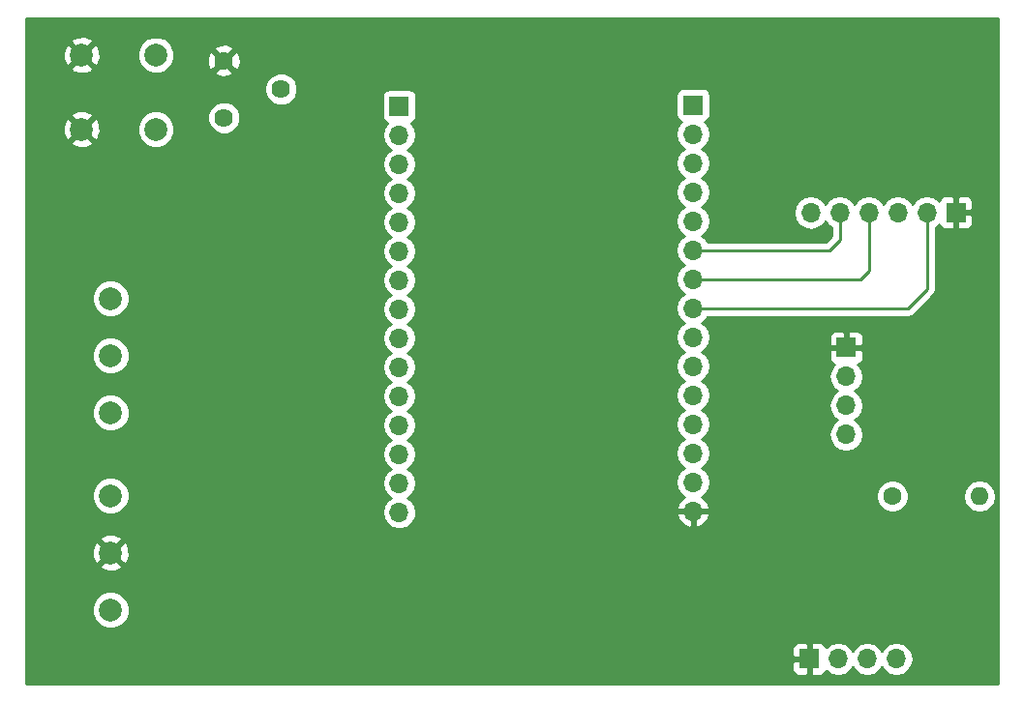
<source format=gbr>
G04 #@! TF.FileFunction,Copper,L2,Bot,Signal*
%FSLAX46Y46*%
G04 Gerber Fmt 4.6, Leading zero omitted, Abs format (unit mm)*
G04 Created by KiCad (PCBNEW 4.0.7) date 01/13/18 10:07:04*
%MOMM*%
%LPD*%
G01*
G04 APERTURE LIST*
%ADD10C,0.100000*%
%ADD11C,2.000000*%
%ADD12R,1.700000X1.700000*%
%ADD13O,1.700000X1.700000*%
%ADD14C,1.600000*%
%ADD15O,1.600000X1.600000*%
%ADD16C,1.620000*%
%ADD17C,0.685800*%
%ADD18C,0.254000*%
%ADD19C,0.250000*%
G04 APERTURE END LIST*
D10*
D11*
X92225000Y-74676000D03*
X85725000Y-74676000D03*
X92225000Y-68176000D03*
X85725000Y-68176000D03*
X88265000Y-116760000D03*
X88265000Y-111760000D03*
X88265000Y-106760000D03*
D12*
X162206000Y-81978500D03*
D13*
X159666000Y-81978500D03*
X157126000Y-81978500D03*
X154586000Y-81978500D03*
X152046000Y-81978500D03*
X149506000Y-81978500D03*
D11*
X88265000Y-99488000D03*
X88265000Y-94488000D03*
X88265000Y-89488000D03*
D12*
X152594500Y-93790000D03*
D13*
X152594500Y-96330000D03*
X152594500Y-98870000D03*
X152594500Y-101410000D03*
D12*
X149369200Y-121056400D03*
D13*
X151909200Y-121056400D03*
X154449200Y-121056400D03*
X156989200Y-121056400D03*
X139210000Y-108113000D03*
X139210000Y-105573000D03*
X139210000Y-103033000D03*
X139210000Y-100493000D03*
X139210000Y-97953000D03*
X139210000Y-95413000D03*
X139210000Y-92873000D03*
X139210000Y-90333000D03*
X139210000Y-87793000D03*
X139210000Y-85253000D03*
X139210000Y-82713000D03*
X139210000Y-80173000D03*
X139210000Y-77633000D03*
X139210000Y-75093000D03*
D12*
X139210000Y-72553000D03*
X139210000Y-72553000D03*
D13*
X139210000Y-75093000D03*
X139210000Y-77633000D03*
X139210000Y-80173000D03*
X139210000Y-82713000D03*
X139210000Y-85253000D03*
X139210000Y-87793000D03*
X139210000Y-90333000D03*
X139210000Y-92873000D03*
X139210000Y-95413000D03*
X139210000Y-97953000D03*
X139210000Y-100493000D03*
X139210000Y-103033000D03*
X139210000Y-105573000D03*
X139210000Y-108113000D03*
X113510000Y-108213000D03*
X113510000Y-105673000D03*
X113510000Y-103133000D03*
X113510000Y-100593000D03*
X113510000Y-98053000D03*
X113510000Y-95513000D03*
X113510000Y-92973000D03*
X113510000Y-90433000D03*
X113510000Y-87893000D03*
X113510000Y-85353000D03*
X113510000Y-82813000D03*
X113510000Y-80273000D03*
X113510000Y-77733000D03*
X113510000Y-75193000D03*
D12*
X113510000Y-72653000D03*
X113510000Y-72653000D03*
D13*
X113510000Y-75193000D03*
X113510000Y-77733000D03*
X113510000Y-80273000D03*
X113510000Y-82813000D03*
X113510000Y-85353000D03*
X113510000Y-87893000D03*
X113510000Y-90433000D03*
X113510000Y-92973000D03*
X113510000Y-95513000D03*
X113510000Y-98053000D03*
X113510000Y-100593000D03*
X113510000Y-103133000D03*
X113510000Y-105673000D03*
X113510000Y-108213000D03*
D14*
X156654500Y-106807000D03*
D15*
X164274500Y-106807000D03*
D16*
X98171000Y-68660000D03*
X103171000Y-71160000D03*
X98171000Y-73660000D03*
D17*
X150266400Y-111048800D03*
X146913600Y-106680000D03*
D18*
X139210000Y-90333000D02*
X158015500Y-90333000D01*
X159666000Y-88682500D02*
X159666000Y-81978500D01*
X158015500Y-90333000D02*
X159666000Y-88682500D01*
D19*
X139210000Y-90333000D02*
X139228000Y-90333000D01*
D18*
X139210000Y-87793000D02*
X153888000Y-87793000D01*
X154586000Y-87095000D02*
X154586000Y-81978500D01*
X153888000Y-87793000D02*
X154586000Y-87095000D01*
D19*
X139210000Y-87793000D02*
X139863000Y-87793000D01*
X139210000Y-87793000D02*
X139990000Y-87793000D01*
D18*
X139210000Y-85253000D02*
X151157500Y-85253000D01*
X152046000Y-84364500D02*
X152046000Y-81978500D01*
X151157500Y-85253000D02*
X152046000Y-84364500D01*
D19*
X139210000Y-85253000D02*
X139219500Y-85253000D01*
D18*
G36*
X165914000Y-123242000D02*
X80847000Y-123242000D01*
X80847000Y-121342150D01*
X147884200Y-121342150D01*
X147884200Y-122032709D01*
X147980873Y-122266098D01*
X148159501Y-122444727D01*
X148392890Y-122541400D01*
X149083450Y-122541400D01*
X149242200Y-122382650D01*
X149242200Y-121183400D01*
X148042950Y-121183400D01*
X147884200Y-121342150D01*
X80847000Y-121342150D01*
X80847000Y-120080091D01*
X147884200Y-120080091D01*
X147884200Y-120770650D01*
X148042950Y-120929400D01*
X149242200Y-120929400D01*
X149242200Y-119730150D01*
X149496200Y-119730150D01*
X149496200Y-120929400D01*
X149516200Y-120929400D01*
X149516200Y-121183400D01*
X149496200Y-121183400D01*
X149496200Y-122382650D01*
X149654950Y-122541400D01*
X150345510Y-122541400D01*
X150578899Y-122444727D01*
X150757527Y-122266098D01*
X150829797Y-122091623D01*
X150859146Y-122135547D01*
X151340915Y-122457454D01*
X151909200Y-122570493D01*
X152477485Y-122457454D01*
X152959254Y-122135547D01*
X153179200Y-121806374D01*
X153399146Y-122135547D01*
X153880915Y-122457454D01*
X154449200Y-122570493D01*
X155017485Y-122457454D01*
X155499254Y-122135547D01*
X155719200Y-121806374D01*
X155939146Y-122135547D01*
X156420915Y-122457454D01*
X156989200Y-122570493D01*
X157557485Y-122457454D01*
X158039254Y-122135547D01*
X158361161Y-121653778D01*
X158474200Y-121085493D01*
X158474200Y-121027307D01*
X158361161Y-120459022D01*
X158039254Y-119977253D01*
X157557485Y-119655346D01*
X156989200Y-119542307D01*
X156420915Y-119655346D01*
X155939146Y-119977253D01*
X155719200Y-120306426D01*
X155499254Y-119977253D01*
X155017485Y-119655346D01*
X154449200Y-119542307D01*
X153880915Y-119655346D01*
X153399146Y-119977253D01*
X153179200Y-120306426D01*
X152959254Y-119977253D01*
X152477485Y-119655346D01*
X151909200Y-119542307D01*
X151340915Y-119655346D01*
X150859146Y-119977253D01*
X150829797Y-120021177D01*
X150757527Y-119846702D01*
X150578899Y-119668073D01*
X150345510Y-119571400D01*
X149654950Y-119571400D01*
X149496200Y-119730150D01*
X149242200Y-119730150D01*
X149083450Y-119571400D01*
X148392890Y-119571400D01*
X148159501Y-119668073D01*
X147980873Y-119846702D01*
X147884200Y-120080091D01*
X80847000Y-120080091D01*
X80847000Y-117083795D01*
X86629716Y-117083795D01*
X86878106Y-117684943D01*
X87337637Y-118145278D01*
X87938352Y-118394716D01*
X88588795Y-118395284D01*
X89189943Y-118146894D01*
X89650278Y-117687363D01*
X89899716Y-117086648D01*
X89900284Y-116436205D01*
X89651894Y-115835057D01*
X89192363Y-115374722D01*
X88591648Y-115125284D01*
X87941205Y-115124716D01*
X87340057Y-115373106D01*
X86879722Y-115832637D01*
X86630284Y-116433352D01*
X86629716Y-117083795D01*
X80847000Y-117083795D01*
X80847000Y-112912532D01*
X87292073Y-112912532D01*
X87390736Y-113179387D01*
X88000461Y-113405908D01*
X88650460Y-113381856D01*
X89139264Y-113179387D01*
X89237927Y-112912532D01*
X88265000Y-111939605D01*
X87292073Y-112912532D01*
X80847000Y-112912532D01*
X80847000Y-111495461D01*
X86619092Y-111495461D01*
X86643144Y-112145460D01*
X86845613Y-112634264D01*
X87112468Y-112732927D01*
X88085395Y-111760000D01*
X88444605Y-111760000D01*
X89417532Y-112732927D01*
X89684387Y-112634264D01*
X89910908Y-112024539D01*
X89886856Y-111374540D01*
X89684387Y-110885736D01*
X89417532Y-110787073D01*
X88444605Y-111760000D01*
X88085395Y-111760000D01*
X87112468Y-110787073D01*
X86845613Y-110885736D01*
X86619092Y-111495461D01*
X80847000Y-111495461D01*
X80847000Y-110607468D01*
X87292073Y-110607468D01*
X88265000Y-111580395D01*
X89237927Y-110607468D01*
X89139264Y-110340613D01*
X88529539Y-110114092D01*
X87879540Y-110138144D01*
X87390736Y-110340613D01*
X87292073Y-110607468D01*
X80847000Y-110607468D01*
X80847000Y-107083795D01*
X86629716Y-107083795D01*
X86878106Y-107684943D01*
X87337637Y-108145278D01*
X87938352Y-108394716D01*
X88588795Y-108395284D01*
X89189943Y-108146894D01*
X89650278Y-107687363D01*
X89899716Y-107086648D01*
X89900284Y-106436205D01*
X89651894Y-105835057D01*
X89192363Y-105374722D01*
X88591648Y-105125284D01*
X87941205Y-105124716D01*
X87340057Y-105373106D01*
X86879722Y-105832637D01*
X86630284Y-106433352D01*
X86629716Y-107083795D01*
X80847000Y-107083795D01*
X80847000Y-99811795D01*
X86629716Y-99811795D01*
X86878106Y-100412943D01*
X87337637Y-100873278D01*
X87938352Y-101122716D01*
X88588795Y-101123284D01*
X89189943Y-100874894D01*
X89650278Y-100415363D01*
X89899716Y-99814648D01*
X89900284Y-99164205D01*
X89651894Y-98563057D01*
X89192363Y-98102722D01*
X88591648Y-97853284D01*
X87941205Y-97852716D01*
X87340057Y-98101106D01*
X86879722Y-98560637D01*
X86630284Y-99161352D01*
X86629716Y-99811795D01*
X80847000Y-99811795D01*
X80847000Y-94811795D01*
X86629716Y-94811795D01*
X86878106Y-95412943D01*
X87337637Y-95873278D01*
X87938352Y-96122716D01*
X88588795Y-96123284D01*
X89189943Y-95874894D01*
X89650278Y-95415363D01*
X89899716Y-94814648D01*
X89900284Y-94164205D01*
X89651894Y-93563057D01*
X89192363Y-93102722D01*
X88591648Y-92853284D01*
X87941205Y-92852716D01*
X87340057Y-93101106D01*
X86879722Y-93560637D01*
X86630284Y-94161352D01*
X86629716Y-94811795D01*
X80847000Y-94811795D01*
X80847000Y-89811795D01*
X86629716Y-89811795D01*
X86878106Y-90412943D01*
X87337637Y-90873278D01*
X87938352Y-91122716D01*
X88588795Y-91123284D01*
X89189943Y-90874894D01*
X89650278Y-90415363D01*
X89899716Y-89814648D01*
X89900284Y-89164205D01*
X89651894Y-88563057D01*
X89192363Y-88102722D01*
X88591648Y-87853284D01*
X87941205Y-87852716D01*
X87340057Y-88101106D01*
X86879722Y-88560637D01*
X86630284Y-89161352D01*
X86629716Y-89811795D01*
X80847000Y-89811795D01*
X80847000Y-75828532D01*
X84752073Y-75828532D01*
X84850736Y-76095387D01*
X85460461Y-76321908D01*
X86110460Y-76297856D01*
X86599264Y-76095387D01*
X86697927Y-75828532D01*
X85725000Y-74855605D01*
X84752073Y-75828532D01*
X80847000Y-75828532D01*
X80847000Y-74411461D01*
X84079092Y-74411461D01*
X84103144Y-75061460D01*
X84305613Y-75550264D01*
X84572468Y-75648927D01*
X85545395Y-74676000D01*
X85904605Y-74676000D01*
X86877532Y-75648927D01*
X87144387Y-75550264D01*
X87348893Y-74999795D01*
X90589716Y-74999795D01*
X90838106Y-75600943D01*
X91297637Y-76061278D01*
X91898352Y-76310716D01*
X92548795Y-76311284D01*
X93149943Y-76062894D01*
X93610278Y-75603363D01*
X93780675Y-75193000D01*
X111995907Y-75193000D01*
X112108946Y-75761285D01*
X112430853Y-76243054D01*
X112760026Y-76463000D01*
X112430853Y-76682946D01*
X112108946Y-77164715D01*
X111995907Y-77733000D01*
X112108946Y-78301285D01*
X112430853Y-78783054D01*
X112760026Y-79003000D01*
X112430853Y-79222946D01*
X112108946Y-79704715D01*
X111995907Y-80273000D01*
X112108946Y-80841285D01*
X112430853Y-81323054D01*
X112760026Y-81543000D01*
X112430853Y-81762946D01*
X112108946Y-82244715D01*
X111995907Y-82813000D01*
X112108946Y-83381285D01*
X112430853Y-83863054D01*
X112760026Y-84083000D01*
X112430853Y-84302946D01*
X112108946Y-84784715D01*
X111995907Y-85353000D01*
X112108946Y-85921285D01*
X112430853Y-86403054D01*
X112760026Y-86623000D01*
X112430853Y-86842946D01*
X112108946Y-87324715D01*
X111995907Y-87893000D01*
X112108946Y-88461285D01*
X112430853Y-88943054D01*
X112760026Y-89163000D01*
X112430853Y-89382946D01*
X112108946Y-89864715D01*
X111995907Y-90433000D01*
X112108946Y-91001285D01*
X112430853Y-91483054D01*
X112760026Y-91703000D01*
X112430853Y-91922946D01*
X112108946Y-92404715D01*
X111995907Y-92973000D01*
X112108946Y-93541285D01*
X112430853Y-94023054D01*
X112760026Y-94243000D01*
X112430853Y-94462946D01*
X112108946Y-94944715D01*
X111995907Y-95513000D01*
X112108946Y-96081285D01*
X112430853Y-96563054D01*
X112760026Y-96783000D01*
X112430853Y-97002946D01*
X112108946Y-97484715D01*
X111995907Y-98053000D01*
X112108946Y-98621285D01*
X112430853Y-99103054D01*
X112760026Y-99323000D01*
X112430853Y-99542946D01*
X112108946Y-100024715D01*
X111995907Y-100593000D01*
X112108946Y-101161285D01*
X112430853Y-101643054D01*
X112760026Y-101863000D01*
X112430853Y-102082946D01*
X112108946Y-102564715D01*
X111995907Y-103133000D01*
X112108946Y-103701285D01*
X112430853Y-104183054D01*
X112760026Y-104403000D01*
X112430853Y-104622946D01*
X112108946Y-105104715D01*
X111995907Y-105673000D01*
X112108946Y-106241285D01*
X112430853Y-106723054D01*
X112760026Y-106943000D01*
X112430853Y-107162946D01*
X112108946Y-107644715D01*
X111995907Y-108213000D01*
X112108946Y-108781285D01*
X112430853Y-109263054D01*
X112912622Y-109584961D01*
X113480907Y-109698000D01*
X113539093Y-109698000D01*
X114107378Y-109584961D01*
X114589147Y-109263054D01*
X114911054Y-108781285D01*
X114972994Y-108469890D01*
X137768524Y-108469890D01*
X137938355Y-108879924D01*
X138328642Y-109308183D01*
X138853108Y-109554486D01*
X139083000Y-109433819D01*
X139083000Y-108240000D01*
X139337000Y-108240000D01*
X139337000Y-109433819D01*
X139566892Y-109554486D01*
X140091358Y-109308183D01*
X140481645Y-108879924D01*
X140651476Y-108469890D01*
X140530155Y-108240000D01*
X139337000Y-108240000D01*
X139083000Y-108240000D01*
X137889845Y-108240000D01*
X137768524Y-108469890D01*
X114972994Y-108469890D01*
X115024093Y-108213000D01*
X114911054Y-107644715D01*
X114589147Y-107162946D01*
X114259974Y-106943000D01*
X114589147Y-106723054D01*
X114911054Y-106241285D01*
X115024093Y-105673000D01*
X114911054Y-105104715D01*
X114589147Y-104622946D01*
X114259974Y-104403000D01*
X114589147Y-104183054D01*
X114911054Y-103701285D01*
X115024093Y-103133000D01*
X114911054Y-102564715D01*
X114589147Y-102082946D01*
X114259974Y-101863000D01*
X114589147Y-101643054D01*
X114911054Y-101161285D01*
X115024093Y-100593000D01*
X114911054Y-100024715D01*
X114589147Y-99542946D01*
X114259974Y-99323000D01*
X114589147Y-99103054D01*
X114911054Y-98621285D01*
X115024093Y-98053000D01*
X114911054Y-97484715D01*
X114589147Y-97002946D01*
X114259974Y-96783000D01*
X114589147Y-96563054D01*
X114911054Y-96081285D01*
X115024093Y-95513000D01*
X114911054Y-94944715D01*
X114589147Y-94462946D01*
X114259974Y-94243000D01*
X114589147Y-94023054D01*
X114911054Y-93541285D01*
X115024093Y-92973000D01*
X114911054Y-92404715D01*
X114589147Y-91922946D01*
X114259974Y-91703000D01*
X114589147Y-91483054D01*
X114911054Y-91001285D01*
X115024093Y-90433000D01*
X114911054Y-89864715D01*
X114589147Y-89382946D01*
X114259974Y-89163000D01*
X114589147Y-88943054D01*
X114911054Y-88461285D01*
X115024093Y-87893000D01*
X114911054Y-87324715D01*
X114589147Y-86842946D01*
X114259974Y-86623000D01*
X114589147Y-86403054D01*
X114911054Y-85921285D01*
X115024093Y-85353000D01*
X114911054Y-84784715D01*
X114589147Y-84302946D01*
X114259974Y-84083000D01*
X114589147Y-83863054D01*
X114911054Y-83381285D01*
X115024093Y-82813000D01*
X114911054Y-82244715D01*
X114589147Y-81762946D01*
X114259974Y-81543000D01*
X114589147Y-81323054D01*
X114911054Y-80841285D01*
X115024093Y-80273000D01*
X114911054Y-79704715D01*
X114589147Y-79222946D01*
X114259974Y-79003000D01*
X114589147Y-78783054D01*
X114911054Y-78301285D01*
X115024093Y-77733000D01*
X114911054Y-77164715D01*
X114589147Y-76682946D01*
X114259974Y-76463000D01*
X114589147Y-76243054D01*
X114911054Y-75761285D01*
X115024093Y-75193000D01*
X115004202Y-75093000D01*
X137695907Y-75093000D01*
X137808946Y-75661285D01*
X138130853Y-76143054D01*
X138460026Y-76363000D01*
X138130853Y-76582946D01*
X137808946Y-77064715D01*
X137695907Y-77633000D01*
X137808946Y-78201285D01*
X138130853Y-78683054D01*
X138460026Y-78903000D01*
X138130853Y-79122946D01*
X137808946Y-79604715D01*
X137695907Y-80173000D01*
X137808946Y-80741285D01*
X138130853Y-81223054D01*
X138460026Y-81443000D01*
X138130853Y-81662946D01*
X137808946Y-82144715D01*
X137695907Y-82713000D01*
X137808946Y-83281285D01*
X138130853Y-83763054D01*
X138460026Y-83983000D01*
X138130853Y-84202946D01*
X137808946Y-84684715D01*
X137695907Y-85253000D01*
X137808946Y-85821285D01*
X138130853Y-86303054D01*
X138460026Y-86523000D01*
X138130853Y-86742946D01*
X137808946Y-87224715D01*
X137695907Y-87793000D01*
X137808946Y-88361285D01*
X138130853Y-88843054D01*
X138460026Y-89063000D01*
X138130853Y-89282946D01*
X137808946Y-89764715D01*
X137695907Y-90333000D01*
X137808946Y-90901285D01*
X138130853Y-91383054D01*
X138460026Y-91603000D01*
X138130853Y-91822946D01*
X137808946Y-92304715D01*
X137695907Y-92873000D01*
X137808946Y-93441285D01*
X138130853Y-93923054D01*
X138460026Y-94143000D01*
X138130853Y-94362946D01*
X137808946Y-94844715D01*
X137695907Y-95413000D01*
X137808946Y-95981285D01*
X138130853Y-96463054D01*
X138460026Y-96683000D01*
X138130853Y-96902946D01*
X137808946Y-97384715D01*
X137695907Y-97953000D01*
X137808946Y-98521285D01*
X138130853Y-99003054D01*
X138460026Y-99223000D01*
X138130853Y-99442946D01*
X137808946Y-99924715D01*
X137695907Y-100493000D01*
X137808946Y-101061285D01*
X138130853Y-101543054D01*
X138460026Y-101763000D01*
X138130853Y-101982946D01*
X137808946Y-102464715D01*
X137695907Y-103033000D01*
X137808946Y-103601285D01*
X138130853Y-104083054D01*
X138460026Y-104303000D01*
X138130853Y-104522946D01*
X137808946Y-105004715D01*
X137695907Y-105573000D01*
X137808946Y-106141285D01*
X138130853Y-106623054D01*
X138471553Y-106850702D01*
X138328642Y-106917817D01*
X137938355Y-107346076D01*
X137768524Y-107756110D01*
X137889845Y-107986000D01*
X139083000Y-107986000D01*
X139083000Y-107966000D01*
X139337000Y-107966000D01*
X139337000Y-107986000D01*
X140530155Y-107986000D01*
X140651476Y-107756110D01*
X140481645Y-107346076D01*
X140249356Y-107091187D01*
X155219252Y-107091187D01*
X155437257Y-107618800D01*
X155840577Y-108022824D01*
X156367809Y-108241750D01*
X156938687Y-108242248D01*
X157466300Y-108024243D01*
X157870324Y-107620923D01*
X158089250Y-107093691D01*
X158089500Y-106807000D01*
X162811387Y-106807000D01*
X162920620Y-107356151D01*
X163231689Y-107821698D01*
X163697236Y-108132767D01*
X164246387Y-108242000D01*
X164302613Y-108242000D01*
X164851764Y-108132767D01*
X165317311Y-107821698D01*
X165628380Y-107356151D01*
X165737613Y-106807000D01*
X165628380Y-106257849D01*
X165317311Y-105792302D01*
X164851764Y-105481233D01*
X164302613Y-105372000D01*
X164246387Y-105372000D01*
X163697236Y-105481233D01*
X163231689Y-105792302D01*
X162920620Y-106257849D01*
X162811387Y-106807000D01*
X158089500Y-106807000D01*
X158089748Y-106522813D01*
X157871743Y-105995200D01*
X157468423Y-105591176D01*
X156941191Y-105372250D01*
X156370313Y-105371752D01*
X155842700Y-105589757D01*
X155438676Y-105993077D01*
X155219750Y-106520309D01*
X155219252Y-107091187D01*
X140249356Y-107091187D01*
X140091358Y-106917817D01*
X139948447Y-106850702D01*
X140289147Y-106623054D01*
X140611054Y-106141285D01*
X140724093Y-105573000D01*
X140611054Y-105004715D01*
X140289147Y-104522946D01*
X139959974Y-104303000D01*
X140289147Y-104083054D01*
X140611054Y-103601285D01*
X140724093Y-103033000D01*
X140611054Y-102464715D01*
X140289147Y-101982946D01*
X139959974Y-101763000D01*
X140289147Y-101543054D01*
X140611054Y-101061285D01*
X140724093Y-100493000D01*
X140611054Y-99924715D01*
X140289147Y-99442946D01*
X139959974Y-99223000D01*
X140289147Y-99003054D01*
X140611054Y-98521285D01*
X140724093Y-97953000D01*
X140611054Y-97384715D01*
X140289147Y-96902946D01*
X139959974Y-96683000D01*
X140289147Y-96463054D01*
X140378050Y-96330000D01*
X151080407Y-96330000D01*
X151193446Y-96898285D01*
X151515353Y-97380054D01*
X151844526Y-97600000D01*
X151515353Y-97819946D01*
X151193446Y-98301715D01*
X151080407Y-98870000D01*
X151193446Y-99438285D01*
X151515353Y-99920054D01*
X151844526Y-100140000D01*
X151515353Y-100359946D01*
X151193446Y-100841715D01*
X151080407Y-101410000D01*
X151193446Y-101978285D01*
X151515353Y-102460054D01*
X151997122Y-102781961D01*
X152565407Y-102895000D01*
X152623593Y-102895000D01*
X153191878Y-102781961D01*
X153673647Y-102460054D01*
X153995554Y-101978285D01*
X154108593Y-101410000D01*
X153995554Y-100841715D01*
X153673647Y-100359946D01*
X153344474Y-100140000D01*
X153673647Y-99920054D01*
X153995554Y-99438285D01*
X154108593Y-98870000D01*
X153995554Y-98301715D01*
X153673647Y-97819946D01*
X153344474Y-97600000D01*
X153673647Y-97380054D01*
X153995554Y-96898285D01*
X154108593Y-96330000D01*
X153995554Y-95761715D01*
X153673647Y-95279946D01*
X153629723Y-95250597D01*
X153804198Y-95178327D01*
X153982827Y-94999699D01*
X154079500Y-94766310D01*
X154079500Y-94075750D01*
X153920750Y-93917000D01*
X152721500Y-93917000D01*
X152721500Y-93937000D01*
X152467500Y-93937000D01*
X152467500Y-93917000D01*
X151268250Y-93917000D01*
X151109500Y-94075750D01*
X151109500Y-94766310D01*
X151206173Y-94999699D01*
X151384802Y-95178327D01*
X151559277Y-95250597D01*
X151515353Y-95279946D01*
X151193446Y-95761715D01*
X151080407Y-96330000D01*
X140378050Y-96330000D01*
X140611054Y-95981285D01*
X140724093Y-95413000D01*
X140611054Y-94844715D01*
X140289147Y-94362946D01*
X139959974Y-94143000D01*
X140289147Y-93923054D01*
X140611054Y-93441285D01*
X140724093Y-92873000D01*
X140712296Y-92813690D01*
X151109500Y-92813690D01*
X151109500Y-93504250D01*
X151268250Y-93663000D01*
X152467500Y-93663000D01*
X152467500Y-92463750D01*
X152721500Y-92463750D01*
X152721500Y-93663000D01*
X153920750Y-93663000D01*
X154079500Y-93504250D01*
X154079500Y-92813690D01*
X153982827Y-92580301D01*
X153804198Y-92401673D01*
X153570809Y-92305000D01*
X152880250Y-92305000D01*
X152721500Y-92463750D01*
X152467500Y-92463750D01*
X152308750Y-92305000D01*
X151618191Y-92305000D01*
X151384802Y-92401673D01*
X151206173Y-92580301D01*
X151109500Y-92813690D01*
X140712296Y-92813690D01*
X140611054Y-92304715D01*
X140289147Y-91822946D01*
X139959974Y-91603000D01*
X140289147Y-91383054D01*
X140481618Y-91095000D01*
X158015500Y-91095000D01*
X158307105Y-91036996D01*
X158554315Y-90871815D01*
X160204815Y-89221316D01*
X160369996Y-88974105D01*
X160376172Y-88943054D01*
X160428000Y-88682500D01*
X160428000Y-83250118D01*
X160716054Y-83057647D01*
X160745403Y-83013723D01*
X160817673Y-83188198D01*
X160996301Y-83366827D01*
X161229690Y-83463500D01*
X161920250Y-83463500D01*
X162079000Y-83304750D01*
X162079000Y-82105500D01*
X162333000Y-82105500D01*
X162333000Y-83304750D01*
X162491750Y-83463500D01*
X163182310Y-83463500D01*
X163415699Y-83366827D01*
X163594327Y-83188198D01*
X163691000Y-82954809D01*
X163691000Y-82264250D01*
X163532250Y-82105500D01*
X162333000Y-82105500D01*
X162079000Y-82105500D01*
X162059000Y-82105500D01*
X162059000Y-81851500D01*
X162079000Y-81851500D01*
X162079000Y-80652250D01*
X162333000Y-80652250D01*
X162333000Y-81851500D01*
X163532250Y-81851500D01*
X163691000Y-81692750D01*
X163691000Y-81002191D01*
X163594327Y-80768802D01*
X163415699Y-80590173D01*
X163182310Y-80493500D01*
X162491750Y-80493500D01*
X162333000Y-80652250D01*
X162079000Y-80652250D01*
X161920250Y-80493500D01*
X161229690Y-80493500D01*
X160996301Y-80590173D01*
X160817673Y-80768802D01*
X160745403Y-80943277D01*
X160716054Y-80899353D01*
X160234285Y-80577446D01*
X159666000Y-80464407D01*
X159097715Y-80577446D01*
X158615946Y-80899353D01*
X158396000Y-81228526D01*
X158176054Y-80899353D01*
X157694285Y-80577446D01*
X157126000Y-80464407D01*
X156557715Y-80577446D01*
X156075946Y-80899353D01*
X155856000Y-81228526D01*
X155636054Y-80899353D01*
X155154285Y-80577446D01*
X154586000Y-80464407D01*
X154017715Y-80577446D01*
X153535946Y-80899353D01*
X153316000Y-81228526D01*
X153096054Y-80899353D01*
X152614285Y-80577446D01*
X152046000Y-80464407D01*
X151477715Y-80577446D01*
X150995946Y-80899353D01*
X150776000Y-81228526D01*
X150556054Y-80899353D01*
X150074285Y-80577446D01*
X149506000Y-80464407D01*
X148937715Y-80577446D01*
X148455946Y-80899353D01*
X148134039Y-81381122D01*
X148021000Y-81949407D01*
X148021000Y-82007593D01*
X148134039Y-82575878D01*
X148455946Y-83057647D01*
X148937715Y-83379554D01*
X149506000Y-83492593D01*
X150074285Y-83379554D01*
X150556054Y-83057647D01*
X150776000Y-82728474D01*
X150995946Y-83057647D01*
X151284000Y-83250118D01*
X151284000Y-84048869D01*
X150841870Y-84491000D01*
X140481618Y-84491000D01*
X140289147Y-84202946D01*
X139959974Y-83983000D01*
X140289147Y-83763054D01*
X140611054Y-83281285D01*
X140724093Y-82713000D01*
X140611054Y-82144715D01*
X140289147Y-81662946D01*
X139959974Y-81443000D01*
X140289147Y-81223054D01*
X140611054Y-80741285D01*
X140724093Y-80173000D01*
X140611054Y-79604715D01*
X140289147Y-79122946D01*
X139959974Y-78903000D01*
X140289147Y-78683054D01*
X140611054Y-78201285D01*
X140724093Y-77633000D01*
X140611054Y-77064715D01*
X140289147Y-76582946D01*
X139959974Y-76363000D01*
X140289147Y-76143054D01*
X140611054Y-75661285D01*
X140724093Y-75093000D01*
X140611054Y-74524715D01*
X140289147Y-74042946D01*
X140247548Y-74015150D01*
X140295317Y-74006162D01*
X140511441Y-73867090D01*
X140656431Y-73654890D01*
X140707440Y-73403000D01*
X140707440Y-71703000D01*
X140663162Y-71467683D01*
X140524090Y-71251559D01*
X140311890Y-71106569D01*
X140060000Y-71055560D01*
X138360000Y-71055560D01*
X138124683Y-71099838D01*
X137908559Y-71238910D01*
X137763569Y-71451110D01*
X137712560Y-71703000D01*
X137712560Y-73403000D01*
X137756838Y-73638317D01*
X137895910Y-73854441D01*
X138108110Y-73999431D01*
X138175541Y-74013086D01*
X138130853Y-74042946D01*
X137808946Y-74524715D01*
X137695907Y-75093000D01*
X115004202Y-75093000D01*
X114911054Y-74624715D01*
X114589147Y-74142946D01*
X114547548Y-74115150D01*
X114595317Y-74106162D01*
X114811441Y-73967090D01*
X114956431Y-73754890D01*
X115007440Y-73503000D01*
X115007440Y-71803000D01*
X114963162Y-71567683D01*
X114824090Y-71351559D01*
X114611890Y-71206569D01*
X114360000Y-71155560D01*
X112660000Y-71155560D01*
X112424683Y-71199838D01*
X112208559Y-71338910D01*
X112063569Y-71551110D01*
X112012560Y-71803000D01*
X112012560Y-73503000D01*
X112056838Y-73738317D01*
X112195910Y-73954441D01*
X112408110Y-74099431D01*
X112475541Y-74113086D01*
X112430853Y-74142946D01*
X112108946Y-74624715D01*
X111995907Y-75193000D01*
X93780675Y-75193000D01*
X93859716Y-75002648D01*
X93860284Y-74352205D01*
X93692513Y-73946167D01*
X96725750Y-73946167D01*
X96945275Y-74477457D01*
X97351405Y-74884297D01*
X97882311Y-75104748D01*
X98457167Y-75105250D01*
X98988457Y-74885725D01*
X99395297Y-74479595D01*
X99615748Y-73948689D01*
X99616250Y-73373833D01*
X99396725Y-72842543D01*
X98990595Y-72435703D01*
X98459689Y-72215252D01*
X97884833Y-72214750D01*
X97353543Y-72434275D01*
X96946703Y-72840405D01*
X96726252Y-73371311D01*
X96725750Y-73946167D01*
X93692513Y-73946167D01*
X93611894Y-73751057D01*
X93152363Y-73290722D01*
X92551648Y-73041284D01*
X91901205Y-73040716D01*
X91300057Y-73289106D01*
X90839722Y-73748637D01*
X90590284Y-74349352D01*
X90589716Y-74999795D01*
X87348893Y-74999795D01*
X87370908Y-74940539D01*
X87346856Y-74290540D01*
X87144387Y-73801736D01*
X86877532Y-73703073D01*
X85904605Y-74676000D01*
X85545395Y-74676000D01*
X84572468Y-73703073D01*
X84305613Y-73801736D01*
X84079092Y-74411461D01*
X80847000Y-74411461D01*
X80847000Y-73523468D01*
X84752073Y-73523468D01*
X85725000Y-74496395D01*
X86697927Y-73523468D01*
X86599264Y-73256613D01*
X85989539Y-73030092D01*
X85339540Y-73054144D01*
X84850736Y-73256613D01*
X84752073Y-73523468D01*
X80847000Y-73523468D01*
X80847000Y-71446167D01*
X101725750Y-71446167D01*
X101945275Y-71977457D01*
X102351405Y-72384297D01*
X102882311Y-72604748D01*
X103457167Y-72605250D01*
X103988457Y-72385725D01*
X104395297Y-71979595D01*
X104615748Y-71448689D01*
X104616250Y-70873833D01*
X104396725Y-70342543D01*
X103990595Y-69935703D01*
X103459689Y-69715252D01*
X102884833Y-69714750D01*
X102353543Y-69934275D01*
X101946703Y-70340405D01*
X101726252Y-70871311D01*
X101725750Y-71446167D01*
X80847000Y-71446167D01*
X80847000Y-69328532D01*
X84752073Y-69328532D01*
X84850736Y-69595387D01*
X85460461Y-69821908D01*
X86110460Y-69797856D01*
X86599264Y-69595387D01*
X86697927Y-69328532D01*
X85725000Y-68355605D01*
X84752073Y-69328532D01*
X80847000Y-69328532D01*
X80847000Y-67911461D01*
X84079092Y-67911461D01*
X84103144Y-68561460D01*
X84305613Y-69050264D01*
X84572468Y-69148927D01*
X85545395Y-68176000D01*
X85904605Y-68176000D01*
X86877532Y-69148927D01*
X87144387Y-69050264D01*
X87348893Y-68499795D01*
X90589716Y-68499795D01*
X90838106Y-69100943D01*
X91297637Y-69561278D01*
X91898352Y-69810716D01*
X92548795Y-69811284D01*
X92878655Y-69674988D01*
X97335617Y-69674988D01*
X97410980Y-69922144D01*
X97951834Y-70116916D01*
X98526055Y-70089886D01*
X98931020Y-69922144D01*
X99006383Y-69674988D01*
X98171000Y-68839605D01*
X97335617Y-69674988D01*
X92878655Y-69674988D01*
X93149943Y-69562894D01*
X93610278Y-69103363D01*
X93859716Y-68502648D01*
X93859769Y-68440834D01*
X96714084Y-68440834D01*
X96741114Y-69015055D01*
X96908856Y-69420020D01*
X97156012Y-69495383D01*
X97991395Y-68660000D01*
X98350605Y-68660000D01*
X99185988Y-69495383D01*
X99433144Y-69420020D01*
X99627916Y-68879166D01*
X99600886Y-68304945D01*
X99433144Y-67899980D01*
X99185988Y-67824617D01*
X98350605Y-68660000D01*
X97991395Y-68660000D01*
X97156012Y-67824617D01*
X96908856Y-67899980D01*
X96714084Y-68440834D01*
X93859769Y-68440834D01*
X93860284Y-67852205D01*
X93774674Y-67645012D01*
X97335617Y-67645012D01*
X98171000Y-68480395D01*
X99006383Y-67645012D01*
X98931020Y-67397856D01*
X98390166Y-67203084D01*
X97815945Y-67230114D01*
X97410980Y-67397856D01*
X97335617Y-67645012D01*
X93774674Y-67645012D01*
X93611894Y-67251057D01*
X93152363Y-66790722D01*
X92551648Y-66541284D01*
X91901205Y-66540716D01*
X91300057Y-66789106D01*
X90839722Y-67248637D01*
X90590284Y-67849352D01*
X90589716Y-68499795D01*
X87348893Y-68499795D01*
X87370908Y-68440539D01*
X87346856Y-67790540D01*
X87144387Y-67301736D01*
X86877532Y-67203073D01*
X85904605Y-68176000D01*
X85545395Y-68176000D01*
X84572468Y-67203073D01*
X84305613Y-67301736D01*
X84079092Y-67911461D01*
X80847000Y-67911461D01*
X80847000Y-67023468D01*
X84752073Y-67023468D01*
X85725000Y-67996395D01*
X86697927Y-67023468D01*
X86599264Y-66756613D01*
X85989539Y-66530092D01*
X85339540Y-66554144D01*
X84850736Y-66756613D01*
X84752073Y-67023468D01*
X80847000Y-67023468D01*
X80847000Y-64972000D01*
X165914000Y-64972000D01*
X165914000Y-123242000D01*
X165914000Y-123242000D01*
G37*
X165914000Y-123242000D02*
X80847000Y-123242000D01*
X80847000Y-121342150D01*
X147884200Y-121342150D01*
X147884200Y-122032709D01*
X147980873Y-122266098D01*
X148159501Y-122444727D01*
X148392890Y-122541400D01*
X149083450Y-122541400D01*
X149242200Y-122382650D01*
X149242200Y-121183400D01*
X148042950Y-121183400D01*
X147884200Y-121342150D01*
X80847000Y-121342150D01*
X80847000Y-120080091D01*
X147884200Y-120080091D01*
X147884200Y-120770650D01*
X148042950Y-120929400D01*
X149242200Y-120929400D01*
X149242200Y-119730150D01*
X149496200Y-119730150D01*
X149496200Y-120929400D01*
X149516200Y-120929400D01*
X149516200Y-121183400D01*
X149496200Y-121183400D01*
X149496200Y-122382650D01*
X149654950Y-122541400D01*
X150345510Y-122541400D01*
X150578899Y-122444727D01*
X150757527Y-122266098D01*
X150829797Y-122091623D01*
X150859146Y-122135547D01*
X151340915Y-122457454D01*
X151909200Y-122570493D01*
X152477485Y-122457454D01*
X152959254Y-122135547D01*
X153179200Y-121806374D01*
X153399146Y-122135547D01*
X153880915Y-122457454D01*
X154449200Y-122570493D01*
X155017485Y-122457454D01*
X155499254Y-122135547D01*
X155719200Y-121806374D01*
X155939146Y-122135547D01*
X156420915Y-122457454D01*
X156989200Y-122570493D01*
X157557485Y-122457454D01*
X158039254Y-122135547D01*
X158361161Y-121653778D01*
X158474200Y-121085493D01*
X158474200Y-121027307D01*
X158361161Y-120459022D01*
X158039254Y-119977253D01*
X157557485Y-119655346D01*
X156989200Y-119542307D01*
X156420915Y-119655346D01*
X155939146Y-119977253D01*
X155719200Y-120306426D01*
X155499254Y-119977253D01*
X155017485Y-119655346D01*
X154449200Y-119542307D01*
X153880915Y-119655346D01*
X153399146Y-119977253D01*
X153179200Y-120306426D01*
X152959254Y-119977253D01*
X152477485Y-119655346D01*
X151909200Y-119542307D01*
X151340915Y-119655346D01*
X150859146Y-119977253D01*
X150829797Y-120021177D01*
X150757527Y-119846702D01*
X150578899Y-119668073D01*
X150345510Y-119571400D01*
X149654950Y-119571400D01*
X149496200Y-119730150D01*
X149242200Y-119730150D01*
X149083450Y-119571400D01*
X148392890Y-119571400D01*
X148159501Y-119668073D01*
X147980873Y-119846702D01*
X147884200Y-120080091D01*
X80847000Y-120080091D01*
X80847000Y-117083795D01*
X86629716Y-117083795D01*
X86878106Y-117684943D01*
X87337637Y-118145278D01*
X87938352Y-118394716D01*
X88588795Y-118395284D01*
X89189943Y-118146894D01*
X89650278Y-117687363D01*
X89899716Y-117086648D01*
X89900284Y-116436205D01*
X89651894Y-115835057D01*
X89192363Y-115374722D01*
X88591648Y-115125284D01*
X87941205Y-115124716D01*
X87340057Y-115373106D01*
X86879722Y-115832637D01*
X86630284Y-116433352D01*
X86629716Y-117083795D01*
X80847000Y-117083795D01*
X80847000Y-112912532D01*
X87292073Y-112912532D01*
X87390736Y-113179387D01*
X88000461Y-113405908D01*
X88650460Y-113381856D01*
X89139264Y-113179387D01*
X89237927Y-112912532D01*
X88265000Y-111939605D01*
X87292073Y-112912532D01*
X80847000Y-112912532D01*
X80847000Y-111495461D01*
X86619092Y-111495461D01*
X86643144Y-112145460D01*
X86845613Y-112634264D01*
X87112468Y-112732927D01*
X88085395Y-111760000D01*
X88444605Y-111760000D01*
X89417532Y-112732927D01*
X89684387Y-112634264D01*
X89910908Y-112024539D01*
X89886856Y-111374540D01*
X89684387Y-110885736D01*
X89417532Y-110787073D01*
X88444605Y-111760000D01*
X88085395Y-111760000D01*
X87112468Y-110787073D01*
X86845613Y-110885736D01*
X86619092Y-111495461D01*
X80847000Y-111495461D01*
X80847000Y-110607468D01*
X87292073Y-110607468D01*
X88265000Y-111580395D01*
X89237927Y-110607468D01*
X89139264Y-110340613D01*
X88529539Y-110114092D01*
X87879540Y-110138144D01*
X87390736Y-110340613D01*
X87292073Y-110607468D01*
X80847000Y-110607468D01*
X80847000Y-107083795D01*
X86629716Y-107083795D01*
X86878106Y-107684943D01*
X87337637Y-108145278D01*
X87938352Y-108394716D01*
X88588795Y-108395284D01*
X89189943Y-108146894D01*
X89650278Y-107687363D01*
X89899716Y-107086648D01*
X89900284Y-106436205D01*
X89651894Y-105835057D01*
X89192363Y-105374722D01*
X88591648Y-105125284D01*
X87941205Y-105124716D01*
X87340057Y-105373106D01*
X86879722Y-105832637D01*
X86630284Y-106433352D01*
X86629716Y-107083795D01*
X80847000Y-107083795D01*
X80847000Y-99811795D01*
X86629716Y-99811795D01*
X86878106Y-100412943D01*
X87337637Y-100873278D01*
X87938352Y-101122716D01*
X88588795Y-101123284D01*
X89189943Y-100874894D01*
X89650278Y-100415363D01*
X89899716Y-99814648D01*
X89900284Y-99164205D01*
X89651894Y-98563057D01*
X89192363Y-98102722D01*
X88591648Y-97853284D01*
X87941205Y-97852716D01*
X87340057Y-98101106D01*
X86879722Y-98560637D01*
X86630284Y-99161352D01*
X86629716Y-99811795D01*
X80847000Y-99811795D01*
X80847000Y-94811795D01*
X86629716Y-94811795D01*
X86878106Y-95412943D01*
X87337637Y-95873278D01*
X87938352Y-96122716D01*
X88588795Y-96123284D01*
X89189943Y-95874894D01*
X89650278Y-95415363D01*
X89899716Y-94814648D01*
X89900284Y-94164205D01*
X89651894Y-93563057D01*
X89192363Y-93102722D01*
X88591648Y-92853284D01*
X87941205Y-92852716D01*
X87340057Y-93101106D01*
X86879722Y-93560637D01*
X86630284Y-94161352D01*
X86629716Y-94811795D01*
X80847000Y-94811795D01*
X80847000Y-89811795D01*
X86629716Y-89811795D01*
X86878106Y-90412943D01*
X87337637Y-90873278D01*
X87938352Y-91122716D01*
X88588795Y-91123284D01*
X89189943Y-90874894D01*
X89650278Y-90415363D01*
X89899716Y-89814648D01*
X89900284Y-89164205D01*
X89651894Y-88563057D01*
X89192363Y-88102722D01*
X88591648Y-87853284D01*
X87941205Y-87852716D01*
X87340057Y-88101106D01*
X86879722Y-88560637D01*
X86630284Y-89161352D01*
X86629716Y-89811795D01*
X80847000Y-89811795D01*
X80847000Y-75828532D01*
X84752073Y-75828532D01*
X84850736Y-76095387D01*
X85460461Y-76321908D01*
X86110460Y-76297856D01*
X86599264Y-76095387D01*
X86697927Y-75828532D01*
X85725000Y-74855605D01*
X84752073Y-75828532D01*
X80847000Y-75828532D01*
X80847000Y-74411461D01*
X84079092Y-74411461D01*
X84103144Y-75061460D01*
X84305613Y-75550264D01*
X84572468Y-75648927D01*
X85545395Y-74676000D01*
X85904605Y-74676000D01*
X86877532Y-75648927D01*
X87144387Y-75550264D01*
X87348893Y-74999795D01*
X90589716Y-74999795D01*
X90838106Y-75600943D01*
X91297637Y-76061278D01*
X91898352Y-76310716D01*
X92548795Y-76311284D01*
X93149943Y-76062894D01*
X93610278Y-75603363D01*
X93780675Y-75193000D01*
X111995907Y-75193000D01*
X112108946Y-75761285D01*
X112430853Y-76243054D01*
X112760026Y-76463000D01*
X112430853Y-76682946D01*
X112108946Y-77164715D01*
X111995907Y-77733000D01*
X112108946Y-78301285D01*
X112430853Y-78783054D01*
X112760026Y-79003000D01*
X112430853Y-79222946D01*
X112108946Y-79704715D01*
X111995907Y-80273000D01*
X112108946Y-80841285D01*
X112430853Y-81323054D01*
X112760026Y-81543000D01*
X112430853Y-81762946D01*
X112108946Y-82244715D01*
X111995907Y-82813000D01*
X112108946Y-83381285D01*
X112430853Y-83863054D01*
X112760026Y-84083000D01*
X112430853Y-84302946D01*
X112108946Y-84784715D01*
X111995907Y-85353000D01*
X112108946Y-85921285D01*
X112430853Y-86403054D01*
X112760026Y-86623000D01*
X112430853Y-86842946D01*
X112108946Y-87324715D01*
X111995907Y-87893000D01*
X112108946Y-88461285D01*
X112430853Y-88943054D01*
X112760026Y-89163000D01*
X112430853Y-89382946D01*
X112108946Y-89864715D01*
X111995907Y-90433000D01*
X112108946Y-91001285D01*
X112430853Y-91483054D01*
X112760026Y-91703000D01*
X112430853Y-91922946D01*
X112108946Y-92404715D01*
X111995907Y-92973000D01*
X112108946Y-93541285D01*
X112430853Y-94023054D01*
X112760026Y-94243000D01*
X112430853Y-94462946D01*
X112108946Y-94944715D01*
X111995907Y-95513000D01*
X112108946Y-96081285D01*
X112430853Y-96563054D01*
X112760026Y-96783000D01*
X112430853Y-97002946D01*
X112108946Y-97484715D01*
X111995907Y-98053000D01*
X112108946Y-98621285D01*
X112430853Y-99103054D01*
X112760026Y-99323000D01*
X112430853Y-99542946D01*
X112108946Y-100024715D01*
X111995907Y-100593000D01*
X112108946Y-101161285D01*
X112430853Y-101643054D01*
X112760026Y-101863000D01*
X112430853Y-102082946D01*
X112108946Y-102564715D01*
X111995907Y-103133000D01*
X112108946Y-103701285D01*
X112430853Y-104183054D01*
X112760026Y-104403000D01*
X112430853Y-104622946D01*
X112108946Y-105104715D01*
X111995907Y-105673000D01*
X112108946Y-106241285D01*
X112430853Y-106723054D01*
X112760026Y-106943000D01*
X112430853Y-107162946D01*
X112108946Y-107644715D01*
X111995907Y-108213000D01*
X112108946Y-108781285D01*
X112430853Y-109263054D01*
X112912622Y-109584961D01*
X113480907Y-109698000D01*
X113539093Y-109698000D01*
X114107378Y-109584961D01*
X114589147Y-109263054D01*
X114911054Y-108781285D01*
X114972994Y-108469890D01*
X137768524Y-108469890D01*
X137938355Y-108879924D01*
X138328642Y-109308183D01*
X138853108Y-109554486D01*
X139083000Y-109433819D01*
X139083000Y-108240000D01*
X139337000Y-108240000D01*
X139337000Y-109433819D01*
X139566892Y-109554486D01*
X140091358Y-109308183D01*
X140481645Y-108879924D01*
X140651476Y-108469890D01*
X140530155Y-108240000D01*
X139337000Y-108240000D01*
X139083000Y-108240000D01*
X137889845Y-108240000D01*
X137768524Y-108469890D01*
X114972994Y-108469890D01*
X115024093Y-108213000D01*
X114911054Y-107644715D01*
X114589147Y-107162946D01*
X114259974Y-106943000D01*
X114589147Y-106723054D01*
X114911054Y-106241285D01*
X115024093Y-105673000D01*
X114911054Y-105104715D01*
X114589147Y-104622946D01*
X114259974Y-104403000D01*
X114589147Y-104183054D01*
X114911054Y-103701285D01*
X115024093Y-103133000D01*
X114911054Y-102564715D01*
X114589147Y-102082946D01*
X114259974Y-101863000D01*
X114589147Y-101643054D01*
X114911054Y-101161285D01*
X115024093Y-100593000D01*
X114911054Y-100024715D01*
X114589147Y-99542946D01*
X114259974Y-99323000D01*
X114589147Y-99103054D01*
X114911054Y-98621285D01*
X115024093Y-98053000D01*
X114911054Y-97484715D01*
X114589147Y-97002946D01*
X114259974Y-96783000D01*
X114589147Y-96563054D01*
X114911054Y-96081285D01*
X115024093Y-95513000D01*
X114911054Y-94944715D01*
X114589147Y-94462946D01*
X114259974Y-94243000D01*
X114589147Y-94023054D01*
X114911054Y-93541285D01*
X115024093Y-92973000D01*
X114911054Y-92404715D01*
X114589147Y-91922946D01*
X114259974Y-91703000D01*
X114589147Y-91483054D01*
X114911054Y-91001285D01*
X115024093Y-90433000D01*
X114911054Y-89864715D01*
X114589147Y-89382946D01*
X114259974Y-89163000D01*
X114589147Y-88943054D01*
X114911054Y-88461285D01*
X115024093Y-87893000D01*
X114911054Y-87324715D01*
X114589147Y-86842946D01*
X114259974Y-86623000D01*
X114589147Y-86403054D01*
X114911054Y-85921285D01*
X115024093Y-85353000D01*
X114911054Y-84784715D01*
X114589147Y-84302946D01*
X114259974Y-84083000D01*
X114589147Y-83863054D01*
X114911054Y-83381285D01*
X115024093Y-82813000D01*
X114911054Y-82244715D01*
X114589147Y-81762946D01*
X114259974Y-81543000D01*
X114589147Y-81323054D01*
X114911054Y-80841285D01*
X115024093Y-80273000D01*
X114911054Y-79704715D01*
X114589147Y-79222946D01*
X114259974Y-79003000D01*
X114589147Y-78783054D01*
X114911054Y-78301285D01*
X115024093Y-77733000D01*
X114911054Y-77164715D01*
X114589147Y-76682946D01*
X114259974Y-76463000D01*
X114589147Y-76243054D01*
X114911054Y-75761285D01*
X115024093Y-75193000D01*
X115004202Y-75093000D01*
X137695907Y-75093000D01*
X137808946Y-75661285D01*
X138130853Y-76143054D01*
X138460026Y-76363000D01*
X138130853Y-76582946D01*
X137808946Y-77064715D01*
X137695907Y-77633000D01*
X137808946Y-78201285D01*
X138130853Y-78683054D01*
X138460026Y-78903000D01*
X138130853Y-79122946D01*
X137808946Y-79604715D01*
X137695907Y-80173000D01*
X137808946Y-80741285D01*
X138130853Y-81223054D01*
X138460026Y-81443000D01*
X138130853Y-81662946D01*
X137808946Y-82144715D01*
X137695907Y-82713000D01*
X137808946Y-83281285D01*
X138130853Y-83763054D01*
X138460026Y-83983000D01*
X138130853Y-84202946D01*
X137808946Y-84684715D01*
X137695907Y-85253000D01*
X137808946Y-85821285D01*
X138130853Y-86303054D01*
X138460026Y-86523000D01*
X138130853Y-86742946D01*
X137808946Y-87224715D01*
X137695907Y-87793000D01*
X137808946Y-88361285D01*
X138130853Y-88843054D01*
X138460026Y-89063000D01*
X138130853Y-89282946D01*
X137808946Y-89764715D01*
X137695907Y-90333000D01*
X137808946Y-90901285D01*
X138130853Y-91383054D01*
X138460026Y-91603000D01*
X138130853Y-91822946D01*
X137808946Y-92304715D01*
X137695907Y-92873000D01*
X137808946Y-93441285D01*
X138130853Y-93923054D01*
X138460026Y-94143000D01*
X138130853Y-94362946D01*
X137808946Y-94844715D01*
X137695907Y-95413000D01*
X137808946Y-95981285D01*
X138130853Y-96463054D01*
X138460026Y-96683000D01*
X138130853Y-96902946D01*
X137808946Y-97384715D01*
X137695907Y-97953000D01*
X137808946Y-98521285D01*
X138130853Y-99003054D01*
X138460026Y-99223000D01*
X138130853Y-99442946D01*
X137808946Y-99924715D01*
X137695907Y-100493000D01*
X137808946Y-101061285D01*
X138130853Y-101543054D01*
X138460026Y-101763000D01*
X138130853Y-101982946D01*
X137808946Y-102464715D01*
X137695907Y-103033000D01*
X137808946Y-103601285D01*
X138130853Y-104083054D01*
X138460026Y-104303000D01*
X138130853Y-104522946D01*
X137808946Y-105004715D01*
X137695907Y-105573000D01*
X137808946Y-106141285D01*
X138130853Y-106623054D01*
X138471553Y-106850702D01*
X138328642Y-106917817D01*
X137938355Y-107346076D01*
X137768524Y-107756110D01*
X137889845Y-107986000D01*
X139083000Y-107986000D01*
X139083000Y-107966000D01*
X139337000Y-107966000D01*
X139337000Y-107986000D01*
X140530155Y-107986000D01*
X140651476Y-107756110D01*
X140481645Y-107346076D01*
X140249356Y-107091187D01*
X155219252Y-107091187D01*
X155437257Y-107618800D01*
X155840577Y-108022824D01*
X156367809Y-108241750D01*
X156938687Y-108242248D01*
X157466300Y-108024243D01*
X157870324Y-107620923D01*
X158089250Y-107093691D01*
X158089500Y-106807000D01*
X162811387Y-106807000D01*
X162920620Y-107356151D01*
X163231689Y-107821698D01*
X163697236Y-108132767D01*
X164246387Y-108242000D01*
X164302613Y-108242000D01*
X164851764Y-108132767D01*
X165317311Y-107821698D01*
X165628380Y-107356151D01*
X165737613Y-106807000D01*
X165628380Y-106257849D01*
X165317311Y-105792302D01*
X164851764Y-105481233D01*
X164302613Y-105372000D01*
X164246387Y-105372000D01*
X163697236Y-105481233D01*
X163231689Y-105792302D01*
X162920620Y-106257849D01*
X162811387Y-106807000D01*
X158089500Y-106807000D01*
X158089748Y-106522813D01*
X157871743Y-105995200D01*
X157468423Y-105591176D01*
X156941191Y-105372250D01*
X156370313Y-105371752D01*
X155842700Y-105589757D01*
X155438676Y-105993077D01*
X155219750Y-106520309D01*
X155219252Y-107091187D01*
X140249356Y-107091187D01*
X140091358Y-106917817D01*
X139948447Y-106850702D01*
X140289147Y-106623054D01*
X140611054Y-106141285D01*
X140724093Y-105573000D01*
X140611054Y-105004715D01*
X140289147Y-104522946D01*
X139959974Y-104303000D01*
X140289147Y-104083054D01*
X140611054Y-103601285D01*
X140724093Y-103033000D01*
X140611054Y-102464715D01*
X140289147Y-101982946D01*
X139959974Y-101763000D01*
X140289147Y-101543054D01*
X140611054Y-101061285D01*
X140724093Y-100493000D01*
X140611054Y-99924715D01*
X140289147Y-99442946D01*
X139959974Y-99223000D01*
X140289147Y-99003054D01*
X140611054Y-98521285D01*
X140724093Y-97953000D01*
X140611054Y-97384715D01*
X140289147Y-96902946D01*
X139959974Y-96683000D01*
X140289147Y-96463054D01*
X140378050Y-96330000D01*
X151080407Y-96330000D01*
X151193446Y-96898285D01*
X151515353Y-97380054D01*
X151844526Y-97600000D01*
X151515353Y-97819946D01*
X151193446Y-98301715D01*
X151080407Y-98870000D01*
X151193446Y-99438285D01*
X151515353Y-99920054D01*
X151844526Y-100140000D01*
X151515353Y-100359946D01*
X151193446Y-100841715D01*
X151080407Y-101410000D01*
X151193446Y-101978285D01*
X151515353Y-102460054D01*
X151997122Y-102781961D01*
X152565407Y-102895000D01*
X152623593Y-102895000D01*
X153191878Y-102781961D01*
X153673647Y-102460054D01*
X153995554Y-101978285D01*
X154108593Y-101410000D01*
X153995554Y-100841715D01*
X153673647Y-100359946D01*
X153344474Y-100140000D01*
X153673647Y-99920054D01*
X153995554Y-99438285D01*
X154108593Y-98870000D01*
X153995554Y-98301715D01*
X153673647Y-97819946D01*
X153344474Y-97600000D01*
X153673647Y-97380054D01*
X153995554Y-96898285D01*
X154108593Y-96330000D01*
X153995554Y-95761715D01*
X153673647Y-95279946D01*
X153629723Y-95250597D01*
X153804198Y-95178327D01*
X153982827Y-94999699D01*
X154079500Y-94766310D01*
X154079500Y-94075750D01*
X153920750Y-93917000D01*
X152721500Y-93917000D01*
X152721500Y-93937000D01*
X152467500Y-93937000D01*
X152467500Y-93917000D01*
X151268250Y-93917000D01*
X151109500Y-94075750D01*
X151109500Y-94766310D01*
X151206173Y-94999699D01*
X151384802Y-95178327D01*
X151559277Y-95250597D01*
X151515353Y-95279946D01*
X151193446Y-95761715D01*
X151080407Y-96330000D01*
X140378050Y-96330000D01*
X140611054Y-95981285D01*
X140724093Y-95413000D01*
X140611054Y-94844715D01*
X140289147Y-94362946D01*
X139959974Y-94143000D01*
X140289147Y-93923054D01*
X140611054Y-93441285D01*
X140724093Y-92873000D01*
X140712296Y-92813690D01*
X151109500Y-92813690D01*
X151109500Y-93504250D01*
X151268250Y-93663000D01*
X152467500Y-93663000D01*
X152467500Y-92463750D01*
X152721500Y-92463750D01*
X152721500Y-93663000D01*
X153920750Y-93663000D01*
X154079500Y-93504250D01*
X154079500Y-92813690D01*
X153982827Y-92580301D01*
X153804198Y-92401673D01*
X153570809Y-92305000D01*
X152880250Y-92305000D01*
X152721500Y-92463750D01*
X152467500Y-92463750D01*
X152308750Y-92305000D01*
X151618191Y-92305000D01*
X151384802Y-92401673D01*
X151206173Y-92580301D01*
X151109500Y-92813690D01*
X140712296Y-92813690D01*
X140611054Y-92304715D01*
X140289147Y-91822946D01*
X139959974Y-91603000D01*
X140289147Y-91383054D01*
X140481618Y-91095000D01*
X158015500Y-91095000D01*
X158307105Y-91036996D01*
X158554315Y-90871815D01*
X160204815Y-89221316D01*
X160369996Y-88974105D01*
X160376172Y-88943054D01*
X160428000Y-88682500D01*
X160428000Y-83250118D01*
X160716054Y-83057647D01*
X160745403Y-83013723D01*
X160817673Y-83188198D01*
X160996301Y-83366827D01*
X161229690Y-83463500D01*
X161920250Y-83463500D01*
X162079000Y-83304750D01*
X162079000Y-82105500D01*
X162333000Y-82105500D01*
X162333000Y-83304750D01*
X162491750Y-83463500D01*
X163182310Y-83463500D01*
X163415699Y-83366827D01*
X163594327Y-83188198D01*
X163691000Y-82954809D01*
X163691000Y-82264250D01*
X163532250Y-82105500D01*
X162333000Y-82105500D01*
X162079000Y-82105500D01*
X162059000Y-82105500D01*
X162059000Y-81851500D01*
X162079000Y-81851500D01*
X162079000Y-80652250D01*
X162333000Y-80652250D01*
X162333000Y-81851500D01*
X163532250Y-81851500D01*
X163691000Y-81692750D01*
X163691000Y-81002191D01*
X163594327Y-80768802D01*
X163415699Y-80590173D01*
X163182310Y-80493500D01*
X162491750Y-80493500D01*
X162333000Y-80652250D01*
X162079000Y-80652250D01*
X161920250Y-80493500D01*
X161229690Y-80493500D01*
X160996301Y-80590173D01*
X160817673Y-80768802D01*
X160745403Y-80943277D01*
X160716054Y-80899353D01*
X160234285Y-80577446D01*
X159666000Y-80464407D01*
X159097715Y-80577446D01*
X158615946Y-80899353D01*
X158396000Y-81228526D01*
X158176054Y-80899353D01*
X157694285Y-80577446D01*
X157126000Y-80464407D01*
X156557715Y-80577446D01*
X156075946Y-80899353D01*
X155856000Y-81228526D01*
X155636054Y-80899353D01*
X155154285Y-80577446D01*
X154586000Y-80464407D01*
X154017715Y-80577446D01*
X153535946Y-80899353D01*
X153316000Y-81228526D01*
X153096054Y-80899353D01*
X152614285Y-80577446D01*
X152046000Y-80464407D01*
X151477715Y-80577446D01*
X150995946Y-80899353D01*
X150776000Y-81228526D01*
X150556054Y-80899353D01*
X150074285Y-80577446D01*
X149506000Y-80464407D01*
X148937715Y-80577446D01*
X148455946Y-80899353D01*
X148134039Y-81381122D01*
X148021000Y-81949407D01*
X148021000Y-82007593D01*
X148134039Y-82575878D01*
X148455946Y-83057647D01*
X148937715Y-83379554D01*
X149506000Y-83492593D01*
X150074285Y-83379554D01*
X150556054Y-83057647D01*
X150776000Y-82728474D01*
X150995946Y-83057647D01*
X151284000Y-83250118D01*
X151284000Y-84048869D01*
X150841870Y-84491000D01*
X140481618Y-84491000D01*
X140289147Y-84202946D01*
X139959974Y-83983000D01*
X140289147Y-83763054D01*
X140611054Y-83281285D01*
X140724093Y-82713000D01*
X140611054Y-82144715D01*
X140289147Y-81662946D01*
X139959974Y-81443000D01*
X140289147Y-81223054D01*
X140611054Y-80741285D01*
X140724093Y-80173000D01*
X140611054Y-79604715D01*
X140289147Y-79122946D01*
X139959974Y-78903000D01*
X140289147Y-78683054D01*
X140611054Y-78201285D01*
X140724093Y-77633000D01*
X140611054Y-77064715D01*
X140289147Y-76582946D01*
X139959974Y-76363000D01*
X140289147Y-76143054D01*
X140611054Y-75661285D01*
X140724093Y-75093000D01*
X140611054Y-74524715D01*
X140289147Y-74042946D01*
X140247548Y-74015150D01*
X140295317Y-74006162D01*
X140511441Y-73867090D01*
X140656431Y-73654890D01*
X140707440Y-73403000D01*
X140707440Y-71703000D01*
X140663162Y-71467683D01*
X140524090Y-71251559D01*
X140311890Y-71106569D01*
X140060000Y-71055560D01*
X138360000Y-71055560D01*
X138124683Y-71099838D01*
X137908559Y-71238910D01*
X137763569Y-71451110D01*
X137712560Y-71703000D01*
X137712560Y-73403000D01*
X137756838Y-73638317D01*
X137895910Y-73854441D01*
X138108110Y-73999431D01*
X138175541Y-74013086D01*
X138130853Y-74042946D01*
X137808946Y-74524715D01*
X137695907Y-75093000D01*
X115004202Y-75093000D01*
X114911054Y-74624715D01*
X114589147Y-74142946D01*
X114547548Y-74115150D01*
X114595317Y-74106162D01*
X114811441Y-73967090D01*
X114956431Y-73754890D01*
X115007440Y-73503000D01*
X115007440Y-71803000D01*
X114963162Y-71567683D01*
X114824090Y-71351559D01*
X114611890Y-71206569D01*
X114360000Y-71155560D01*
X112660000Y-71155560D01*
X112424683Y-71199838D01*
X112208559Y-71338910D01*
X112063569Y-71551110D01*
X112012560Y-71803000D01*
X112012560Y-73503000D01*
X112056838Y-73738317D01*
X112195910Y-73954441D01*
X112408110Y-74099431D01*
X112475541Y-74113086D01*
X112430853Y-74142946D01*
X112108946Y-74624715D01*
X111995907Y-75193000D01*
X93780675Y-75193000D01*
X93859716Y-75002648D01*
X93860284Y-74352205D01*
X93692513Y-73946167D01*
X96725750Y-73946167D01*
X96945275Y-74477457D01*
X97351405Y-74884297D01*
X97882311Y-75104748D01*
X98457167Y-75105250D01*
X98988457Y-74885725D01*
X99395297Y-74479595D01*
X99615748Y-73948689D01*
X99616250Y-73373833D01*
X99396725Y-72842543D01*
X98990595Y-72435703D01*
X98459689Y-72215252D01*
X97884833Y-72214750D01*
X97353543Y-72434275D01*
X96946703Y-72840405D01*
X96726252Y-73371311D01*
X96725750Y-73946167D01*
X93692513Y-73946167D01*
X93611894Y-73751057D01*
X93152363Y-73290722D01*
X92551648Y-73041284D01*
X91901205Y-73040716D01*
X91300057Y-73289106D01*
X90839722Y-73748637D01*
X90590284Y-74349352D01*
X90589716Y-74999795D01*
X87348893Y-74999795D01*
X87370908Y-74940539D01*
X87346856Y-74290540D01*
X87144387Y-73801736D01*
X86877532Y-73703073D01*
X85904605Y-74676000D01*
X85545395Y-74676000D01*
X84572468Y-73703073D01*
X84305613Y-73801736D01*
X84079092Y-74411461D01*
X80847000Y-74411461D01*
X80847000Y-73523468D01*
X84752073Y-73523468D01*
X85725000Y-74496395D01*
X86697927Y-73523468D01*
X86599264Y-73256613D01*
X85989539Y-73030092D01*
X85339540Y-73054144D01*
X84850736Y-73256613D01*
X84752073Y-73523468D01*
X80847000Y-73523468D01*
X80847000Y-71446167D01*
X101725750Y-71446167D01*
X101945275Y-71977457D01*
X102351405Y-72384297D01*
X102882311Y-72604748D01*
X103457167Y-72605250D01*
X103988457Y-72385725D01*
X104395297Y-71979595D01*
X104615748Y-71448689D01*
X104616250Y-70873833D01*
X104396725Y-70342543D01*
X103990595Y-69935703D01*
X103459689Y-69715252D01*
X102884833Y-69714750D01*
X102353543Y-69934275D01*
X101946703Y-70340405D01*
X101726252Y-70871311D01*
X101725750Y-71446167D01*
X80847000Y-71446167D01*
X80847000Y-69328532D01*
X84752073Y-69328532D01*
X84850736Y-69595387D01*
X85460461Y-69821908D01*
X86110460Y-69797856D01*
X86599264Y-69595387D01*
X86697927Y-69328532D01*
X85725000Y-68355605D01*
X84752073Y-69328532D01*
X80847000Y-69328532D01*
X80847000Y-67911461D01*
X84079092Y-67911461D01*
X84103144Y-68561460D01*
X84305613Y-69050264D01*
X84572468Y-69148927D01*
X85545395Y-68176000D01*
X85904605Y-68176000D01*
X86877532Y-69148927D01*
X87144387Y-69050264D01*
X87348893Y-68499795D01*
X90589716Y-68499795D01*
X90838106Y-69100943D01*
X91297637Y-69561278D01*
X91898352Y-69810716D01*
X92548795Y-69811284D01*
X92878655Y-69674988D01*
X97335617Y-69674988D01*
X97410980Y-69922144D01*
X97951834Y-70116916D01*
X98526055Y-70089886D01*
X98931020Y-69922144D01*
X99006383Y-69674988D01*
X98171000Y-68839605D01*
X97335617Y-69674988D01*
X92878655Y-69674988D01*
X93149943Y-69562894D01*
X93610278Y-69103363D01*
X93859716Y-68502648D01*
X93859769Y-68440834D01*
X96714084Y-68440834D01*
X96741114Y-69015055D01*
X96908856Y-69420020D01*
X97156012Y-69495383D01*
X97991395Y-68660000D01*
X98350605Y-68660000D01*
X99185988Y-69495383D01*
X99433144Y-69420020D01*
X99627916Y-68879166D01*
X99600886Y-68304945D01*
X99433144Y-67899980D01*
X99185988Y-67824617D01*
X98350605Y-68660000D01*
X97991395Y-68660000D01*
X97156012Y-67824617D01*
X96908856Y-67899980D01*
X96714084Y-68440834D01*
X93859769Y-68440834D01*
X93860284Y-67852205D01*
X93774674Y-67645012D01*
X97335617Y-67645012D01*
X98171000Y-68480395D01*
X99006383Y-67645012D01*
X98931020Y-67397856D01*
X98390166Y-67203084D01*
X97815945Y-67230114D01*
X97410980Y-67397856D01*
X97335617Y-67645012D01*
X93774674Y-67645012D01*
X93611894Y-67251057D01*
X93152363Y-66790722D01*
X92551648Y-66541284D01*
X91901205Y-66540716D01*
X91300057Y-66789106D01*
X90839722Y-67248637D01*
X90590284Y-67849352D01*
X90589716Y-68499795D01*
X87348893Y-68499795D01*
X87370908Y-68440539D01*
X87346856Y-67790540D01*
X87144387Y-67301736D01*
X86877532Y-67203073D01*
X85904605Y-68176000D01*
X85545395Y-68176000D01*
X84572468Y-67203073D01*
X84305613Y-67301736D01*
X84079092Y-67911461D01*
X80847000Y-67911461D01*
X80847000Y-67023468D01*
X84752073Y-67023468D01*
X85725000Y-67996395D01*
X86697927Y-67023468D01*
X86599264Y-66756613D01*
X85989539Y-66530092D01*
X85339540Y-66554144D01*
X84850736Y-66756613D01*
X84752073Y-67023468D01*
X80847000Y-67023468D01*
X80847000Y-64972000D01*
X165914000Y-64972000D01*
X165914000Y-123242000D01*
M02*

</source>
